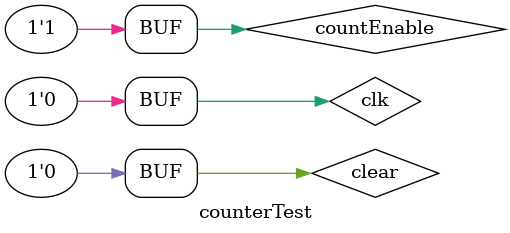
<source format=sv>
`timescale 1ns / 1ps


module counterTest();


//module counter(input logic clk,countEnable,clear,output logic [15:0] count);


logic countEnable,clk,clear;
logic [15:0] count;


    always
        begin 
            clk = 1;#5;clk = 0;#5;
    end


counter c(clk,countEnable,clear,count);

initial begin
#20;
countEnable = 1;
#20;
clear =1;
#20;
clear = 0;
#20;
countEnable = 1;
#20;


end



endmodule

</source>
